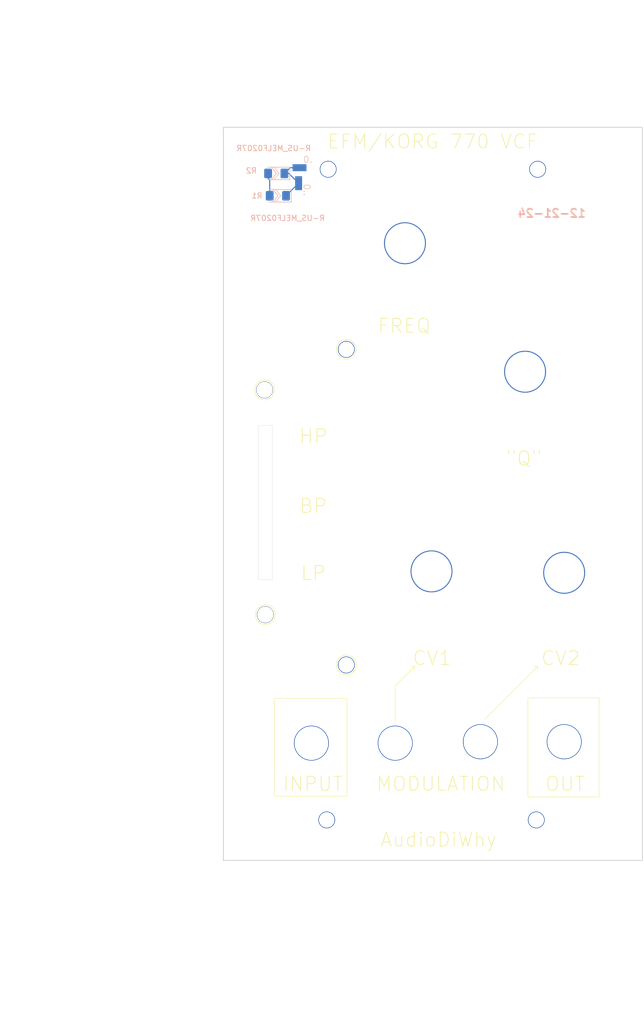
<source format=kicad_pcb>
(kicad_pcb (version 20240108) (generator "pcbnew") (generator_version "8.0")
  (layers (0 "F.Cu" signal) (31 "B.Cu" signal) (34 "B.Paste" user) (35 "F.Paste" user) (36 "B.SilkS" user "B.Silkscreen") (37 "F.SilkS" user "F.Silkscreen") (38 "B.Mask" user) (39 "F.Mask" user) (44 "Edge.Cuts" user))
  (net 0 "")
  (net 1 "Net-(..0-P)")
  (net 4 "Net-(R1-Pad2)")
  (footprint "charhead-lib:15mm pot mounting hole" (layer "F.Cu") (at 127.508 105.664)
    (property "Reference" "J11" (hide yes))
    (property "Value" "freq" (hide yes))
    (pad "1" thru_hole circle (at 0 0) (size 7.62 7.62) (drill 7.239) (layers "*.Cu" "*.Mask"))
  )
  (footprint "charhead-lib:2.5mm mounting hole" (layer "F.Cu") (at 73.025 72.39)
    (property "Reference" "J1" (hide yes))
    (property "Value" "switch hole top" (hide yes))
    (fp_circle (center 0 0) (end 1.8 0.05) (stroke (width 0.12)) (fill none) (layer "F.SilkS"))
    (pad "1" thru_hole circle (at 0 0) (size 3.0508 3.0508) (drill 2.9286) (layers "*.Cu" "*.Mask"))
  )
  (footprint "charhead-lib:3mm mounting hole" (layer "F.Cu") (at 84.328 150.622)
    (property "Reference" "J16" (hide yes))
    (property "Value" "CASE MNT 2" (hide yes))
    (pad "1" thru_hole circle (at 0 0) (size 3.048 3.048) (drill 2.794) (layers "*.Cu" "*.Mask"))
  )
  (footprint "charhead-lib:2.5mm mounting hole" (layer "F.Cu") (at 87.884 65.024)
    (property "Reference" "J14" (hide yes))
    (property "Value" "PCBMOUNT2" (hide yes))
    (fp_circle (center 0 0) (end 1.8 0.05) (stroke (width 0.12)) (fill none) (layer "F.SilkS"))
    (pad "1" thru_hole circle (at 0 0) (size 3.048 3.048) (drill 2.794) (layers "*.Cu" "*.Mask"))
  )
  (footprint "charhead-lib:3mm mounting hole" (layer "F.Cu") (at 122.428 150.622)
    (property "Reference" "J18" (hide yes))
    (property "Value" "CASE MNT 4" (hide yes))
    (pad "1" thru_hole circle (at 0 0) (size 3.048 3.048) (drill 2.794) (layers "*.Cu" "*.Mask"))
  )
  (footprint "charhead-lib:15mm pot mounting hole" (layer "F.Cu") (at 98.552 45.72)
    (property "Reference" "J8" (hide yes))
    (property "Value" "Q" (hide yes))
    (pad "1" thru_hole circle (at 0 0) (size 7.62 7.62) (drill 7.239) (layers "*.Cu" "*.Mask"))
  )
  (footprint "charhead-lib:3mm mounting hole" (layer "F.Cu") (at 122.682 32.258)
    (property "Reference" "J15" (hide yes))
    (property "Value" "CASE MNT 1" (hide yes))
    (pad "1" thru_hole circle (at 0 0) (size 3.048 3.048) (drill 2.794) (layers "*.Cu" "*.Mask"))
  )
  (footprint "charhead-lib:3.5mm jack mounting hole" (layer "F.Cu") (at 127.508 136.398)
    (property "Reference" "J3" (hide yes))
    (property "Value" "CV1" (hide yes))
    (pad "1" thru_hole circle (at 0 0) (size 6.35 6.35) (drill 6.096) (layers "*.Cu" "*.Mask"))
  )
  (footprint "charhead-lib:2.5mm mounting hole" (layer "F.Cu") (at 87.884 122.428)
    (property "Reference" "J13" (hide yes))
    (property "Value" "PCBMOUNT1" (hide yes))
    (fp_circle (center 0 0) (end 1.8 0.05) (stroke (width 0.12)) (fill none) (layer "F.SilkS"))
    (pad "1" thru_hole circle (at 0 0) (size 3.048 3.048) (drill 2.8016) (layers "*.Cu" "*.Mask"))
  )
  (footprint "charhead-lib:15mm pot mounting hole" (layer "F.Cu") (at 103.378 105.41)
    (property "Reference" "J9" (hide yes))
    (property "Value" "MOD1" (hide yes))
    (pad "1" thru_hole circle (at 0 0) (size 7.62 7.62) (drill 7.239) (layers "*.Cu" "*.Mask"))
  )
  (footprint "charhead-lib:3mm mounting hole" (layer "F.Cu") (at 84.582 32.258)
    (property "Reference" "J17" (hide yes))
    (property "Value" "CASE MNT 3" (hide yes))
    (pad "1" thru_hole circle (at 0 0) (size 3.048 3.048) (drill 2.794) (layers "*.Cu" "*.Mask"))
  )
  (footprint "charhead-lib:2.5mm mounting hole" (layer "F.Cu") (at 73.152 113.284)
    (property "Reference" "J2" (hide yes))
    (property "Value" "switch hole bottom" (hide yes))
    (fp_circle (center 0 0) (end 1.8 0.05) (stroke (width 0.12)) (fill none) (layer "F.SilkS"))
    (pad "1" thru_hole circle (at 0 0) (size 3.0508 3.0508) (drill 2.9286) (layers "*.Cu" "*.Mask"))
  )
  (footprint "charhead-lib:3.5mm jack mounting hole" (layer "F.Cu") (at 81.534 136.652)
    (property "Reference" "J6" (hide yes))
    (property "Value" "out" (hide yes))
    (pad "1" thru_hole circle (at 0 0) (size 6.35 6.35) (drill 6.096) (layers "*.Cu" "*.Mask"))
  )
  (footprint "charhead-lib:15mm pot mounting hole" (layer "F.Cu") (at 120.396 69.088)
    (property "Reference" "J10" (hide yes))
    (property "Value" "MOD2" (hide yes))
    (pad "1" thru_hole circle (at 0 0) (size 7.62 7.62) (drill 7.239) (layers "*.Cu" "*.Mask"))
  )
  (footprint "charhead-lib:3.5mm jack mounting hole" (layer "F.Cu") (at 112.268 136.398)
    (property "Reference" "J4" (hide yes))
    (property "Value" "CV2" (hide yes))
    (pad "1" thru_hole circle (at 0 0) (size 6.35 6.35) (drill 6.096) (layers "*.Cu" "*.Mask"))
  )
  (footprint "charhead-lib:3.5mm jack mounting hole" (layer "F.Cu") (at 96.774 136.652)
    (property "Reference" "J5" (hide yes))
    (property "Value" "in" (hide yes))
    (pad "1" thru_hole circle (at 0 0) (size 6.35 6.35) (drill 6.096) (layers "*.Cu" "*.Mask"))
  )
  (footprint "charhead-lib:DIODE_1206_SMD CL" (layer "B.Cu") (at 75.438 37.084 180)
    (property "Reference" "R1" (at 3.81 0 180) (layer "B.SilkS") (effects (justify mirror)))
    (property "Value" "R-US_MELF0207R" (at -1.778 -4.064 180) (layer "B.SilkS") (effects (justify mirror)))
    (fp_line (start 1.6 -1.135) (end -2.46 -1.135) (stroke (width 0.12)) (layer "B.SilkS"))
    (fp_line (start 0.891452 -1.133763) (end 0 0) (stroke (width 0.1)) (layer "B.SilkS"))
    (fp_line (start 0.833607 1.075918) (end 0 0) (stroke (width 0.1)) (layer "B.SilkS"))
    (fp_line (start 0.473044 -1.144903) (end -0.527889 0) (stroke (width 0.1)) (layer "B.SilkS"))
    (fp_line (start 0.346213 1.090058) (end -0.527889 0) (stroke (width 0.1)) (layer "B.SilkS"))
    (fp_line (start 0 0) (end 0.891452 -1.133763) (stroke (width 0.1)) (layer "B.SilkS"))
    (fp_line (start 0 0) (end 0.833607 1.075918) (stroke (width 0.1)) (layer "B.SilkS"))
    (fp_line (start -2.46 1.135) (end 1.6 1.135) (stroke (width 0.12)) (layer "B.SilkS"))
    (fp_line (start -2.46 -1.135) (end -2.46 1.135) (stroke (width 0.12)) (layer "B.SilkS"))
    (pad "1" smd roundrect (at -1.4875 0 180) (size 1.425 1.75) (layers "B.Cu" "B.Paste" "B.Mask") (roundrect_rratio 0.175439) (net 1 "Net-(..0-P)"))
    (pad "2" smd roundrect (at 1.4875 0 180) (size 1.425 1.75) (layers "B.Cu" "B.Paste" "B.Mask") (roundrect_rratio 0.175439) (net 4 "Net-(R1-Pad2)"))
  )
  (footprint "charhead-lib:PAD SMD 100x200mil" (layer "B.Cu") (at 79.2115 34.798 180)
    (property "Reference" "..0" (at -0.8 -2.4 -90) (layer "B.SilkS") (effects (font (size 1.1684 1.1684) (thickness 0.1016)) (justify left bottom mirror)))
    (property "Value" ".")
    (pad "1" smd rect (at 0 0 180) (size 1.27 2.54) (layers "B.Cu" "B.Paste" "B.Mask") (net 1 "Net-(..0-P)"))
  )
  (footprint "charhead-lib:DIODE_1206_SMD CL" (layer "B.Cu") (at 75.1475 33.02 180)
    (property "Reference" "R2" (at 4.5355 0.508 180) (layer "B.SilkS") (effects (justify mirror)))
    (property "Value" "R-US_MELF0207R" (at 0.4715 4.572 180) (layer "B.SilkS") (effects (justify mirror)))
    (fp_line (start 1.6 -1.135) (end -2.46 -1.135) (stroke (width 0.12)) (layer "B.SilkS"))
    (fp_line (start 0.891452 -1.133763) (end 0 0) (stroke (width 0.1)) (layer "B.SilkS"))
    (fp_line (start 0.833607 1.075918) (end 0 0) (stroke (width 0.1)) (layer "B.SilkS"))
    (fp_line (start 0.473044 -1.144903) (end -0.527889 0) (stroke (width 0.1)) (layer "B.SilkS"))
    (fp_line (start 0.346213 1.090058) (end -0.527889 0) (stroke (width 0.1)) (layer "B.SilkS"))
    (fp_line (start 0 0) (end 0.891452 -1.133763) (stroke (width 0.1)) (layer "B.SilkS"))
    (fp_line (start 0 0) (end 0.833607 1.075918) (stroke (width 0.1)) (layer "B.SilkS"))
    (fp_line (start -2.46 1.135) (end 1.6 1.135) (stroke (width 0.12)) (layer "B.SilkS"))
    (fp_line (start -2.46 -1.135) (end -2.46 1.135) (stroke (width 0.12)) (layer "B.SilkS"))
    (pad "1" smd roundrect (at -1.4875 0 180) (size 1.425 1.75) (layers "B.Cu" "B.Paste" "B.Mask") (roundrect_rratio 0.175439) (net 1 "Net-(..0-P)"))
    (pad "2" smd roundrect (at 1.4875 0 180) (size 1.425 1.75) (layers "B.Cu" "B.Paste" "B.Mask") (roundrect_rratio 0.175439) (net 4 "Net-(R1-Pad2)"))
  )
  (footprint "charhead-lib:PAD SMD 100x200mil" (layer "B.Cu") (at 79.3766 31.9786 -90)
    (property "Reference" ".0" (at -0.8 -2.4 0) (layer "B.SilkS") (effects (font (size 1.1684 1.1684) (thickness 0.1016)) (justify left bottom mirror)))
    (property "Value" ".")
    (pad "1" smd rect (at 0 0 270) (size 1.27 2.54) (layers "B.Cu" "B.Paste" "B.Mask") (net 1 "Net-(..0-P)"))
  )
  (gr_rect (start 120.904 128.397) (end 133.858 146.431) (stroke (width 0.1)) (fill none) (layer "F.SilkS"))
  (gr_rect (start 74.803 128.524) (end 88.011 146.304) (stroke (width 0.1)) (fill none) (layer "F.SilkS"))
  (gr_line (start 122.666106 122.719777) (end 122.666106 123.481777) (stroke (width 0.1)) (layer "F.SilkS"))
  (gr_line (start 99.569749 122.680251) (end 100.331749 122.680251) (stroke (width 0.1)) (layer "F.SilkS"))
  (gr_line (start 96.774 132.715) (end 96.774 126.238) (stroke (width 0.1)) (layer "F.SilkS"))
  (gr_line (start 121.904106 122.719777) (end 122.666106 122.719777) (stroke (width 0.1)) (layer "F.SilkS"))
  (gr_line (start 100.331749 122.680251) (end 100.331749 123.442251) (stroke (width 0.1)) (layer "F.SilkS"))
  (gr_line (start 122.649193 122.714807) (end 122.114219 123.249781) (stroke (width 0.1)) (layer "F.SilkS"))
  (gr_line (start 96.783525 126.228475) (end 100.33 122.682) (stroke (width 0.1)) (layer "F.SilkS"))
  (gr_line (start 122.114219 123.249781) (end 113.055395 132.308605) (stroke (width 0.1)) (layer "F.SilkS"))
  (gr_line (start 141.732 24.638) (end 141.732 157.988) (stroke (width 0.1524)) (layer "Edge.Cuts"))
  (gr_line (start 141.732 157.988) (end 65.532 157.988) (stroke (width 0.1524)) (layer "Edge.Cuts"))
  (gr_line (start 65.532 157.988) (end 65.532 24.638) (stroke (width 0.1524)) (layer "Edge.Cuts"))
  (gr_rect (start 71.882 78.867) (end 74.422 106.934) (stroke (width 0.05)) (fill none) (layer "Edge.Cuts"))
  (gr_line (start 65.532 24.638) (end 141.732 24.638) (stroke (width 0.1524)) (layer "Edge.Cuts"))
  (gr_text "12-21-24" (at 131.572 41.148 0) (layer "B.SilkS") (effects (font (size 1.5 1.5) (thickness 0.3) (bold yes)) (justify left bottom mirror)))
  (gr_text "CV1" (at 99.822 122.682 0) (layer "F.SilkS") (effects (font (size 2.54 2.54)) (justify left bottom)))
  (gr_text "OUT\n" (at 123.952 145.542 0) (layer "F.SilkS") (effects (font (size 2.54 2.54)) (justify left bottom)))
  (gr_text "MODULATION" (at 93.218 145.542 0) (layer "F.SilkS") (effects (font (size 2.54 2.54)) (justify left bottom)))
  (gr_text "INPUT" (at 76.2 145.542 0) (layer "F.SilkS") (effects (font (size 2.54 2.54)) (justify left bottom)))
  (gr_text "HP" (at 79.187524 82.296 0) (layer "F.SilkS") (effects (font (size 2.54 2.54)) (justify left bottom)))
  (gr_text "CV2" (at 123.19 122.682 0) (layer "F.SilkS") (effects (font (size 2.54 2.54)) (justify left bottom)))
  (gr_text "AudioDiWhy" (at 93.98 155.702 0) (layer "F.SilkS") (effects (font (size 2.54 2.54)) (justify left bottom)))
  (gr_text "BP" (at 79.248 94.996 0) (layer "F.SilkS") (effects (font (size 2.54 2.54)) (justify left bottom)))
  (gr_text "EFM/KORG 770 VCF" (at 84.328 28.702 0) (layer "F.SilkS") (effects (font (size 2.54 2.54)) (justify left bottom)))
  (gr_text "FREQ" (at 93.472 62.23 0) (layer "F.SilkS") (effects (font (size 2.54 2.54)) (justify left bottom)))
  (gr_text "LP" (at 79.489905 107.188 0) (layer "F.SilkS") (effects (font (size 2.54 2.54)) (justify left bottom)))
  (gr_text "{dblquote}Q{dblquote}" (at 116.84 86.36 0) (layer "F.SilkS") (effects (font (size 2.54 2.54)) (justify left bottom)))
  (segment (start 79.2115 34.798) (end 77.4335 33.02) (width 0.2) (layer "B.Cu") (net 1))
  (segment (start 77.6764 31.9786) (end 76.635 33.02) (width 0.2) (layer "B.Cu") (net 1))
  (segment (start 79.3766 31.9786) (end 77.6764 31.9786) (width 0.2) (layer "B.Cu") (net 1))
  (segment (start 77.4335 33.02) (end 76.635 33.02) (width 0.2) (layer "B.Cu") (net 1))
  (segment (start 79.2115 34.798) (end 76.9255 37.084) (width 0.2) (layer "B.Cu") (net 1))
  (segment (start 73.66 33.02) (end 73.66 33.894999) (width 0.2) (layer "B.Cu") (net 4))
  (segment (start 73.9505 34.185499) (end 73.9505 37.084) (width 0.2) (layer "B.Cu") (net 4))
  (segment (start 73.66 33.894999) (end 73.9505 34.185499) (width 0.2) (layer "B.Cu") (net 4))
)
</source>
